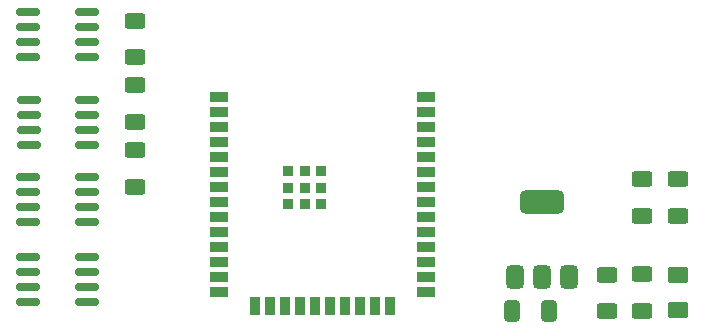
<source format=gbr>
%TF.GenerationSoftware,KiCad,Pcbnew,8.0.1*%
%TF.CreationDate,2024-04-27T11:46:23+02:00*%
%TF.ProjectId,driver_v2,64726976-6572-45f7-9632-2e6b69636164,rev?*%
%TF.SameCoordinates,Original*%
%TF.FileFunction,Paste,Top*%
%TF.FilePolarity,Positive*%
%FSLAX46Y46*%
G04 Gerber Fmt 4.6, Leading zero omitted, Abs format (unit mm)*
G04 Created by KiCad (PCBNEW 8.0.1) date 2024-04-27 11:46:23*
%MOMM*%
%LPD*%
G01*
G04 APERTURE LIST*
G04 Aperture macros list*
%AMRoundRect*
0 Rectangle with rounded corners*
0 $1 Rounding radius*
0 $2 $3 $4 $5 $6 $7 $8 $9 X,Y pos of 4 corners*
0 Add a 4 corners polygon primitive as box body*
4,1,4,$2,$3,$4,$5,$6,$7,$8,$9,$2,$3,0*
0 Add four circle primitives for the rounded corners*
1,1,$1+$1,$2,$3*
1,1,$1+$1,$4,$5*
1,1,$1+$1,$6,$7*
1,1,$1+$1,$8,$9*
0 Add four rect primitives between the rounded corners*
20,1,$1+$1,$2,$3,$4,$5,0*
20,1,$1+$1,$4,$5,$6,$7,0*
20,1,$1+$1,$6,$7,$8,$9,0*
20,1,$1+$1,$8,$9,$2,$3,0*%
G04 Aperture macros list end*
%ADD10RoundRect,0.150000X0.825000X0.150000X-0.825000X0.150000X-0.825000X-0.150000X0.825000X-0.150000X0*%
%ADD11RoundRect,0.250000X0.412500X0.650000X-0.412500X0.650000X-0.412500X-0.650000X0.412500X-0.650000X0*%
%ADD12RoundRect,0.250000X0.625000X-0.400000X0.625000X0.400000X-0.625000X0.400000X-0.625000X-0.400000X0*%
%ADD13RoundRect,0.250000X-0.625000X0.400000X-0.625000X-0.400000X0.625000X-0.400000X0.625000X0.400000X0*%
%ADD14RoundRect,0.250001X-0.624999X0.462499X-0.624999X-0.462499X0.624999X-0.462499X0.624999X0.462499X0*%
%ADD15R,1.500000X0.900000*%
%ADD16R,0.900000X1.500000*%
%ADD17R,0.900000X0.900000*%
%ADD18RoundRect,0.375000X0.375000X-0.625000X0.375000X0.625000X-0.375000X0.625000X-0.375000X-0.625000X0*%
%ADD19RoundRect,0.500000X1.400000X-0.500000X1.400000X0.500000X-1.400000X0.500000X-1.400000X-0.500000X0*%
G04 APERTURE END LIST*
D10*
%TO.C,IC5*%
X120950000Y-84810000D03*
X120950000Y-83540000D03*
X120950000Y-82270000D03*
X120950000Y-81000000D03*
X116000000Y-81000000D03*
X116000000Y-82270000D03*
X116000000Y-83540000D03*
X116000000Y-84810000D03*
%TD*%
D11*
%TO.C,C1*%
X160062500Y-85500000D03*
X156937500Y-85500000D03*
%TD*%
D10*
%TO.C,IC3*%
X120975000Y-71500000D03*
X120975000Y-70230000D03*
X120975000Y-68960000D03*
X120975000Y-67690000D03*
X116025000Y-67690000D03*
X116025000Y-68960000D03*
X116025000Y-70230000D03*
X116025000Y-71500000D03*
%TD*%
D12*
%TO.C,R7*%
X125000000Y-75050000D03*
X125000000Y-71950000D03*
%TD*%
D13*
%TO.C,R2*%
X168000000Y-74400000D03*
X168000000Y-77500000D03*
%TD*%
D12*
%TO.C,R4*%
X125000000Y-64050000D03*
X125000000Y-60950000D03*
%TD*%
%TO.C,R6*%
X125000000Y-69500000D03*
X125000000Y-66400000D03*
%TD*%
D14*
%TO.C,LED*%
X171000000Y-82462500D03*
X171000000Y-85437500D03*
%TD*%
D15*
%TO.C,IC1*%
X132150000Y-67380000D03*
X132150000Y-68650000D03*
X132150000Y-69920000D03*
X132150000Y-71190000D03*
X132150000Y-72460000D03*
X132150000Y-73730000D03*
X132150000Y-75000000D03*
X132150000Y-76270000D03*
X132150000Y-77540000D03*
X132150000Y-78810000D03*
X132150000Y-80080000D03*
X132150000Y-81350000D03*
X132150000Y-82620000D03*
X132150000Y-83890000D03*
D16*
X135185000Y-85140000D03*
X136455000Y-85140000D03*
X137725000Y-85140000D03*
X138995000Y-85140000D03*
X140265000Y-85140000D03*
X141535000Y-85140000D03*
X142805000Y-85140000D03*
X144075000Y-85140000D03*
X145345000Y-85140000D03*
X146615000Y-85140000D03*
D15*
X149650000Y-83890000D03*
X149650000Y-82620000D03*
X149650000Y-81350000D03*
X149650000Y-80080000D03*
X149650000Y-78810000D03*
X149650000Y-77540000D03*
X149650000Y-76270000D03*
X149650000Y-75000000D03*
X149650000Y-73730000D03*
X149650000Y-72460000D03*
X149650000Y-71190000D03*
X149650000Y-69920000D03*
X149650000Y-68650000D03*
X149650000Y-67380000D03*
D17*
X138000000Y-73700000D03*
X138000000Y-75100000D03*
X138000000Y-76500000D03*
X139400000Y-73700000D03*
X139400000Y-75100000D03*
X139400000Y-76500000D03*
X140800000Y-73700000D03*
X140800000Y-75100000D03*
X140800000Y-76500000D03*
%TD*%
D13*
%TO.C,R3*%
X168000000Y-82400000D03*
X168000000Y-85500000D03*
%TD*%
D18*
%TO.C,U1*%
X157200000Y-82650000D03*
X159500000Y-82650000D03*
D19*
X159500000Y-76350000D03*
D18*
X161800000Y-82650000D03*
%TD*%
D12*
%TO.C,R5*%
X165000000Y-85550000D03*
X165000000Y-82450000D03*
%TD*%
D10*
%TO.C,IC2*%
X120950000Y-64000000D03*
X120950000Y-62730000D03*
X120950000Y-61460000D03*
X120950000Y-60190000D03*
X116000000Y-60190000D03*
X116000000Y-61460000D03*
X116000000Y-62730000D03*
X116000000Y-64000000D03*
%TD*%
%TO.C,IC4*%
X120950000Y-78000000D03*
X120950000Y-76730000D03*
X120950000Y-75460000D03*
X120950000Y-74190000D03*
X116000000Y-74190000D03*
X116000000Y-75460000D03*
X116000000Y-76730000D03*
X116000000Y-78000000D03*
%TD*%
D13*
%TO.C,R1*%
X171000000Y-74400000D03*
X171000000Y-77500000D03*
%TD*%
M02*

</source>
